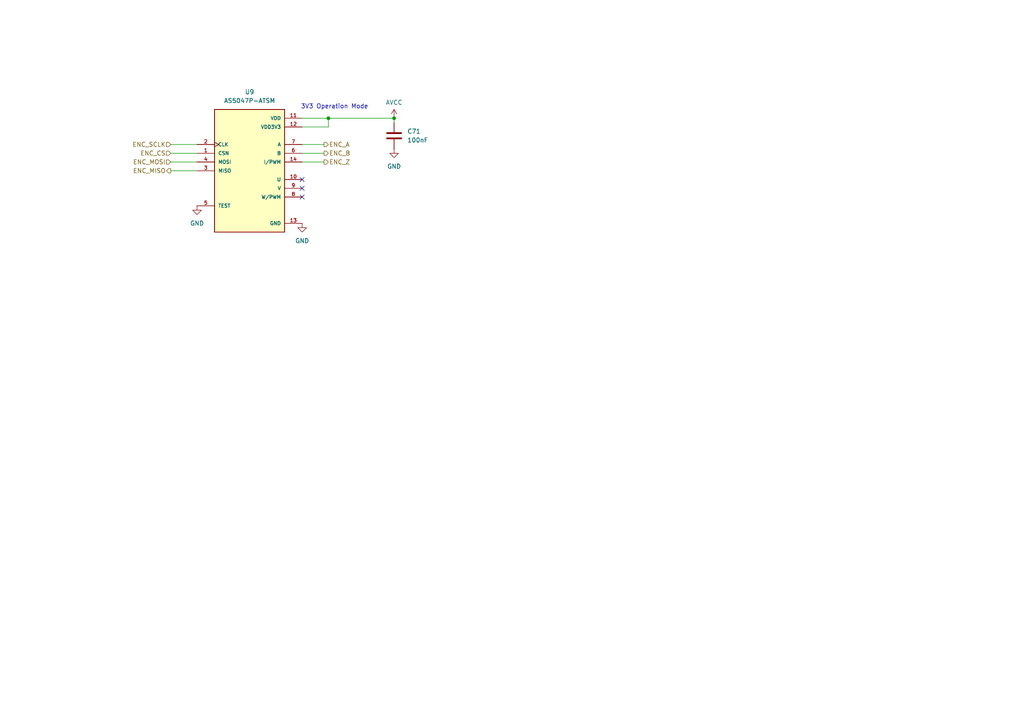
<source format=kicad_sch>
(kicad_sch (version 20231120) (generator "eeschema") (generator_version "8.0")
  (paper "A4")
  (lib_symbols
    (symbol "AS5047P-ATSM:AS5047P-ATSM" (pin_names (offset 1.016))
      (property "Reference" "U" (at -10.16 20.32 0))
      (property "Value" "AS5047P-ATSM" (at -10.16 -20.32 0))
      (symbol "AS5047P-ATSM_0_0"
        (rectangle (start -10.16 -17.78) (end 10.16 17.78) (stroke (width 0.254)) (fill (type background)))
        (pin input line (at -15.24 5.08 0) (length 5.08) (name "CSN") (number "1"))
        (pin output line (at 15.24 -2.54 180) (length 5.08) (name "U") (number "10"))
        (pin power_in line (at 15.24 15.24 180) (length 5.08) (name "VDD") (number "11"))
        (pin power_in line (at 15.24 12.7 180) (length 5.08) (name "VDD3V3") (number "12"))
        (pin power_in line (at 15.24 -15.24 180) (length 5.08) (name "GND") (number "13"))
        (pin output line (at 15.24 2.54 180) (length 5.08) (name "I/PWM") (number "14"))
        (pin input clock (at -15.24 7.62 0) (length 5.08) (name "CLK") (number "2"))
        (pin output line (at -15.24 0 0) (length 5.08) (name "MISO") (number "3"))
        (pin input line (at -15.24 2.54 0) (length 5.08) (name "MOSI") (number "4"))
        (pin passive line (at -15.24 -10.16 0) (length 5.08) (name "TEST") (number "5"))
        (pin output line (at 15.24 5.08 180) (length 5.08) (name "B") (number "6"))
        (pin output line (at 15.24 7.62 180) (length 5.08) (name "A") (number "7"))
        (pin output line (at 15.24 -7.62 180) (length 5.08) (name "W/PWM") (number "8"))
        (pin output line (at 15.24 -5.08 180) (length 5.08) (name "V") (number "9"))
      )
    )
    (symbol "Device:C" (pin_numbers hide) (pin_names (offset 0.254))
      (property "Reference" "C" (at 0.635 2.54 0))
      (property "Value" "C" (at 0.635 -2.54 0))
      (symbol "C_0_1"
        (polyline (pts (xy -2.032 -0.762) (xy 2.032 -0.762)) (stroke (width 0.508)))
        (polyline (pts (xy -2.032 0.762) (xy 2.032 0.762)) (stroke (width 0.508)))
      )
      (symbol "C_1_1"
        (pin passive line (at 0 3.81 270) (length 2.794) (name "~") (number "1"))
        (pin passive line (at 0 -3.81 90) (length 2.794) (name "~") (number "2"))
      )
    )
    (symbol "power:GND" (power) (pin_numbers hide) (pin_names (offset 0) hide)
      (property "Value" "GND" (at 0 -3.81 0))
      (symbol "GND_0_1"
        (polyline (pts (xy 0 0) (xy 0 -1.27) (xy 1.27 -1.27) (xy 0 -2.54) (xy -1.27 -1.27) (xy 0 -1.27)))
      )
      (symbol "GND_1_1"
        (pin power_in line (at 0 0 270) (length 0) (name "~") (number "1"))
      )
    )
    (symbol "power:VCC" (power) (pin_numbers hide) (pin_names (offset 0) hide)
      (property "Value" "VCC" (at 0 3.556 0))
      (symbol "VCC_0_1"
        (polyline (pts (xy -0.762 1.27) (xy 0 2.54)))
        (polyline (pts (xy 0 0) (xy 0 2.54)))
        (polyline (pts (xy 0 2.54) (xy 0.762 1.27)))
      )
      (symbol "VCC_1_1"
        (pin power_in line (at 0 0 90) (length 0) (name "~") (number "1"))
      )
    )
  )
  (junction (at 95.25 34.29))
  (junction (at 114.3 34.29))
  (no_connect (at 87.63 57.15))
  (no_connect (at 87.63 54.61))
  (no_connect (at 87.63 52.07))
  (wire (pts (xy 95.25 34.29) (xy 114.3 34.29)))
  (wire (pts (xy 87.63 36.83) (xy 95.25 36.83)))
  (wire (pts (xy 87.63 34.29) (xy 95.25 34.29)))
  (wire (pts (xy 93.98 41.91) (xy 87.63 41.91)))
  (wire (pts (xy 95.25 36.83) (xy 95.25 34.29)))
  (wire (pts (xy 93.98 46.99) (xy 87.63 46.99)))
  (wire (pts (xy 49.53 49.53) (xy 57.15 49.53)))
  (wire (pts (xy 49.53 46.99) (xy 57.15 46.99)))
  (wire (pts (xy 49.53 41.91) (xy 57.15 41.91)))
  (wire (pts (xy 114.3 34.29) (xy 114.3 35.56)))
  (wire (pts (xy 93.98 44.45) (xy 87.63 44.45)))
  (wire (pts (xy 49.53 44.45) (xy 57.15 44.45)))
  (text "3V3 Operation Mode" (at 97.028 31.75 0) (effects (font (size 1.27 1.27)) (justify bottom)))
  (hierarchical_label "ENC_SCLK" (shape input) (at 49.53 41.91 180))
  (hierarchical_label "ENC_CS" (shape input) (at 49.53 44.45 180))
  (hierarchical_label "ENC_MISO" (shape output) (at 49.53 49.53 180))
  (hierarchical_label "ENC_MOSI" (shape input) (at 49.53 46.99 180))
  (hierarchical_label "ENC_B" (shape output) (at 93.98 44.45 0))
  (hierarchical_label "ENC_Z" (shape output) (at 93.98 46.99 0))
  (hierarchical_label "ENC_A" (shape output) (at 93.98 41.91 0))
  (symbol (lib_id "Device:C") (at 114.3 39.37 0) (unit 1)
    (property "Reference" "C71" (at 118.11 38.0999 0) (effects (justify left)))
    (property "Value" "100nF" (at 118.11 40.6399 0) (effects (justify left)))
    (property "Footprint" "Capacitor_SMD:C_0402_1005Metric" (effects (hide yes)))
    (property "Description" "Unpolarized capacitor" (effects (hide yes)))
  )
  (symbol (lib_id "AS5047P-ATSM:AS5047P-ATSM") (at 72.39 49.53 0) (unit 1)
    (property "Reference" "U9" (at 72.39 26.67 0))
    (property "Value" "AS5047P-ATSM" (at 72.39 29.21 0))
    (property "Footprint" "AMS:SOP65P640X120-14N" (effects (hide yes)))
    (property "MF" "ams" (effects (hide yes)))
    (property "Description_1" "\nRotary Encoder Magnetic Programmable PWM -\n" (effects (hide yes)))
    (property "Package" "TSSOP-14 ams" (effects (hide yes)))
    (property "Price" "None" (effects (hide yes)))
    (property "Check_prices" "https://www.snapeda.com/parts/AS5047P-ATSM/ams/view-part/?ref=eda" (effects (hide yes)))
    (property "STANDARD" "IPC 7351B" (effects (hide yes)))
    (property "PARTREV" "1-01" (effects (hide yes)))
    (property "SnapEDA_Link" "https://www.snapeda.com/parts/AS5047P-ATSM/ams/view-part/?ref=snap" (effects (hide yes)))
    (property "MP" "AS5047P-ATSM" (effects (hide yes)))
    (property "Purchase-URL" "https://www.snapeda.com/api/url_track_click_mouser/?unipart_id=602819&manufacturer=ams&part_name=AS5047P-ATSM&search_term=None" (effects (hide yes)))
    (property "Availability" "In Stock" (effects (hide yes)))
    (property "MANUFACTURER" "AMS" (effects (hide yes)))
  )
  (symbol (lib_id "power:GND") (at 57.15 59.69 0) (unit 1)
    (property "Reference" "#PWR094" (effects (hide yes)))
    (property "Value" "GND" (at 57.15 64.77 0))
    (property "Description" "Power symbol creates a global label with name \"GND\" , ground" (effects (hide yes)))
  )
  (symbol (lib_id "power:GND") (at 114.3 43.18 0) (unit 1)
    (property "Reference" "#PWR095" (effects (hide yes)))
    (property "Value" "GND" (at 114.3 48.26 0))
    (property "Description" "Power symbol creates a global label with name \"GND\" , ground" (effects (hide yes)))
  )
  (symbol (lib_id "power:GND") (at 87.63 64.77 0) (unit 1)
    (property "Reference" "#PWR093" (effects (hide yes)))
    (property "Value" "GND" (at 87.63 69.85 0))
    (property "Description" "Power symbol creates a global label with name \"GND\" , ground" (effects (hide yes)))
  )
  (symbol (lib_id "power:VCC") (at 114.3 34.29 0) (unit 1)
    (property "Reference" "#PWR096" (effects (hide yes)))
    (property "Value" "AVCC" (at 114.3 29.718 0))
  )
)
</source>
